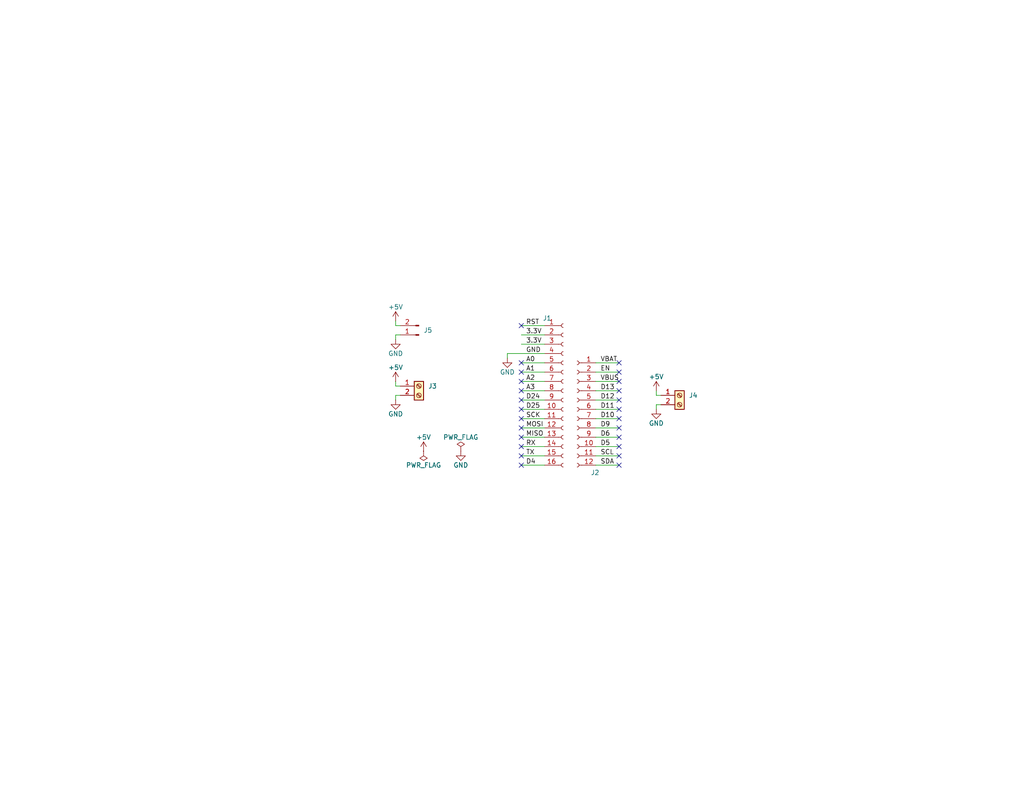
<source format=kicad_sch>
(kicad_sch (version 20231120) (generator "eeschema") (generator_version "8.0")
  (paper "USLetter")
  (title_block (title "Controller for icicle light") (date "January 2025") (rev "0"))
  (lib_symbols
    (symbol "Connector:Conn_01x02_Pin" (pin_names (offset 1.016) hide)
      (property "Reference" "J" (at 0 2.54 0))
      (property "Value" "Conn_01x02_Pin" (at 0 -5.08 0))
      (symbol "Conn_01x02_Pin_1_1"
        (polyline (pts (xy 1.27 -2.54) (xy 0.8636 -2.54)) (stroke (width 0.1524)))
        (polyline (pts (xy 1.27 0) (xy 0.8636 0)) (stroke (width 0.1524)))
        (rectangle (start 0.8636 -2.413) (end 0 -2.667) (stroke (width 0.1524)) (fill (type outline)))
        (rectangle (start 0.8636 0.127) (end 0 -0.127) (stroke (width 0.1524)) (fill (type outline)))
        (pin passive line (at 5.08 0 180) (length 3.81) (name "Pin_1") (number "1"))
        (pin passive line (at 5.08 -2.54 180) (length 3.81) (name "Pin_2") (number "2"))
      )
    )
    (symbol "Connector:Conn_01x12_Socket" (pin_names (offset 1.016) hide)
      (property "Reference" "J" (at 0 15.24 0))
      (property "Value" "Conn_01x12_Socket" (at 0 -17.78 0))
      (symbol "Conn_01x12_Socket_1_1"
        (arc (start 0 -14.732) (mid -0.5058 -15.24) (end 0 -15.748) (stroke (width 0.1524)))
        (arc (start 0 -12.192) (mid -0.5058 -12.7) (end 0 -13.208) (stroke (width 0.1524)))
        (arc (start 0 -9.652) (mid -0.5058 -10.16) (end 0 -10.668) (stroke (width 0.1524)))
        (arc (start 0 -7.112) (mid -0.5058 -7.62) (end 0 -8.128) (stroke (width 0.1524)))
        (arc (start 0 -4.572) (mid -0.5058 -5.08) (end 0 -5.588) (stroke (width 0.1524)))
        (arc (start 0 -2.032) (mid -0.5058 -2.54) (end 0 -3.048) (stroke (width 0.1524)))
        (polyline (pts (xy -1.27 -15.24) (xy -0.508 -15.24)) (stroke (width 0.1524)))
        (polyline (pts (xy -1.27 -12.7) (xy -0.508 -12.7)) (stroke (width 0.1524)))
        (polyline (pts (xy -1.27 -10.16) (xy -0.508 -10.16)) (stroke (width 0.1524)))
        (polyline (pts (xy -1.27 -7.62) (xy -0.508 -7.62)) (stroke (width 0.1524)))
        (polyline (pts (xy -1.27 -5.08) (xy -0.508 -5.08)) (stroke (width 0.1524)))
        (polyline (pts (xy -1.27 -2.54) (xy -0.508 -2.54)) (stroke (width 0.1524)))
        (polyline (pts (xy -1.27 0) (xy -0.508 0)) (stroke (width 0.1524)))
        (polyline (pts (xy -1.27 2.54) (xy -0.508 2.54)) (stroke (width 0.1524)))
        (polyline (pts (xy -1.27 5.08) (xy -0.508 5.08)) (stroke (width 0.1524)))
        (polyline (pts (xy -1.27 7.62) (xy -0.508 7.62)) (stroke (width 0.1524)))
        (polyline (pts (xy -1.27 10.16) (xy -0.508 10.16)) (stroke (width 0.1524)))
        (polyline (pts (xy -1.27 12.7) (xy -0.508 12.7)) (stroke (width 0.1524)))
        (arc (start 0 0.508) (mid -0.5058 0) (end 0 -0.508) (stroke (width 0.1524)))
        (arc (start 0 3.048) (mid -0.5058 2.54) (end 0 2.032) (stroke (width 0.1524)))
        (arc (start 0 5.588) (mid -0.5058 5.08) (end 0 4.572) (stroke (width 0.1524)))
        (arc (start 0 8.128) (mid -0.5058 7.62) (end 0 7.112) (stroke (width 0.1524)))
        (arc (start 0 10.668) (mid -0.5058 10.16) (end 0 9.652) (stroke (width 0.1524)))
        (arc (start 0 13.208) (mid -0.5058 12.7) (end 0 12.192) (stroke (width 0.1524)))
        (pin passive line (at -5.08 12.7 0) (length 3.81) (name "Pin_1") (number "1"))
        (pin passive line (at -5.08 -10.16 0) (length 3.81) (name "Pin_10") (number "10"))
        (pin passive line (at -5.08 -12.7 0) (length 3.81) (name "Pin_11") (number "11"))
        (pin passive line (at -5.08 -15.24 0) (length 3.81) (name "Pin_12") (number "12"))
        (pin passive line (at -5.08 10.16 0) (length 3.81) (name "Pin_2") (number "2"))
        (pin passive line (at -5.08 7.62 0) (length 3.81) (name "Pin_3") (number "3"))
        (pin passive line (at -5.08 5.08 0) (length 3.81) (name "Pin_4") (number "4"))
        (pin passive line (at -5.08 2.54 0) (length 3.81) (name "Pin_5") (number "5"))
        (pin passive line (at -5.08 0 0) (length 3.81) (name "Pin_6") (number "6"))
        (pin passive line (at -5.08 -2.54 0) (length 3.81) (name "Pin_7") (number "7"))
        (pin passive line (at -5.08 -5.08 0) (length 3.81) (name "Pin_8") (number "8"))
        (pin passive line (at -5.08 -7.62 0) (length 3.81) (name "Pin_9") (number "9"))
      )
    )
    (symbol "Connector:Conn_01x16_Socket" (pin_names (offset 1.016) hide)
      (property "Reference" "J" (at 0 20.32 0))
      (property "Value" "Conn_01x16_Socket" (at 0 -22.86 0))
      (symbol "Conn_01x16_Socket_1_1"
        (arc (start 0 -19.812) (mid -0.5058 -20.32) (end 0 -20.828) (stroke (width 0.1524)))
        (arc (start 0 -17.272) (mid -0.5058 -17.78) (end 0 -18.288) (stroke (width 0.1524)))
        (arc (start 0 -14.732) (mid -0.5058 -15.24) (end 0 -15.748) (stroke (width 0.1524)))
        (arc (start 0 -12.192) (mid -0.5058 -12.7) (end 0 -13.208) (stroke (width 0.1524)))
        (arc (start 0 -9.652) (mid -0.5058 -10.16) (end 0 -10.668) (stroke (width 0.1524)))
        (arc (start 0 -7.112) (mid -0.5058 -7.62) (end 0 -8.128) (stroke (width 0.1524)))
        (arc (start 0 -4.572) (mid -0.5058 -5.08) (end 0 -5.588) (stroke (width 0.1524)))
        (arc (start 0 -2.032) (mid -0.5058 -2.54) (end 0 -3.048) (stroke (width 0.1524)))
        (polyline (pts (xy -1.27 -20.32) (xy -0.508 -20.32)) (stroke (width 0.1524)))
        (polyline (pts (xy -1.27 -17.78) (xy -0.508 -17.78)) (stroke (width 0.1524)))
        (polyline (pts (xy -1.27 -15.24) (xy -0.508 -15.24)) (stroke (width 0.1524)))
        (polyline (pts (xy -1.27 -12.7) (xy -0.508 -12.7)) (stroke (width 0.1524)))
        (polyline (pts (xy -1.27 -10.16) (xy -0.508 -10.16)) (stroke (width 0.1524)))
        (polyline (pts (xy -1.27 -7.62) (xy -0.508 -7.62)) (stroke (width 0.1524)))
        (polyline (pts (xy -1.27 -5.08) (xy -0.508 -5.08)) (stroke (width 0.1524)))
        (polyline (pts (xy -1.27 -2.54) (xy -0.508 -2.54)) (stroke (width 0.1524)))
        (polyline (pts (xy -1.27 0) (xy -0.508 0)) (stroke (width 0.1524)))
        (polyline (pts (xy -1.27 2.54) (xy -0.508 2.54)) (stroke (width 0.1524)))
        (polyline (pts (xy -1.27 5.08) (xy -0.508 5.08)) (stroke (width 0.1524)))
        (polyline (pts (xy -1.27 7.62) (xy -0.508 7.62)) (stroke (width 0.1524)))
        (polyline (pts (xy -1.27 10.16) (xy -0.508 10.16)) (stroke (width 0.1524)))
        (polyline (pts (xy -1.27 12.7) (xy -0.508 12.7)) (stroke (width 0.1524)))
        (polyline (pts (xy -1.27 15.24) (xy -0.508 15.24)) (stroke (width 0.1524)))
        (polyline (pts (xy -1.27 17.78) (xy -0.508 17.78)) (stroke (width 0.1524)))
        (arc (start 0 0.508) (mid -0.5058 0) (end 0 -0.508) (stroke (width 0.1524)))
        (arc (start 0 3.048) (mid -0.5058 2.54) (end 0 2.032) (stroke (width 0.1524)))
        (arc (start 0 5.588) (mid -0.5058 5.08) (end 0 4.572) (stroke (width 0.1524)))
        (arc (start 0 8.128) (mid -0.5058 7.62) (end 0 7.112) (stroke (width 0.1524)))
        (arc (start 0 10.668) (mid -0.5058 10.16) (end 0 9.652) (stroke (width 0.1524)))
        (arc (start 0 13.208) (mid -0.5058 12.7) (end 0 12.192) (stroke (width 0.1524)))
        (arc (start 0 15.748) (mid -0.5058 15.24) (end 0 14.732) (stroke (width 0.1524)))
        (arc (start 0 18.288) (mid -0.5058 17.78) (end 0 17.272) (stroke (width 0.1524)))
        (pin passive line (at -5.08 17.78 0) (length 3.81) (name "Pin_1") (number "1"))
        (pin passive line (at -5.08 -5.08 0) (length 3.81) (name "Pin_10") (number "10"))
        (pin passive line (at -5.08 -7.62 0) (length 3.81) (name "Pin_11") (number "11"))
        (pin passive line (at -5.08 -10.16 0) (length 3.81) (name "Pin_12") (number "12"))
        (pin passive line (at -5.08 -12.7 0) (length 3.81) (name "Pin_13") (number "13"))
        (pin passive line (at -5.08 -15.24 0) (length 3.81) (name "Pin_14") (number "14"))
        (pin passive line (at -5.08 -17.78 0) (length 3.81) (name "Pin_15") (number "15"))
        (pin passive line (at -5.08 -20.32 0) (length 3.81) (name "Pin_16") (number "16"))
        (pin passive line (at -5.08 15.24 0) (length 3.81) (name "Pin_2") (number "2"))
        (pin passive line (at -5.08 12.7 0) (length 3.81) (name "Pin_3") (number "3"))
        (pin passive line (at -5.08 10.16 0) (length 3.81) (name "Pin_4") (number "4"))
        (pin passive line (at -5.08 7.62 0) (length 3.81) (name "Pin_5") (number "5"))
        (pin passive line (at -5.08 5.08 0) (length 3.81) (name "Pin_6") (number "6"))
        (pin passive line (at -5.08 2.54 0) (length 3.81) (name "Pin_7") (number "7"))
        (pin passive line (at -5.08 0 0) (length 3.81) (name "Pin_8") (number "8"))
        (pin passive line (at -5.08 -2.54 0) (length 3.81) (name "Pin_9") (number "9"))
      )
    )
    (symbol "Connector:Screw_Terminal_01x02" (pin_names (offset 1.016) hide)
      (property "Reference" "J" (at 0 2.54 0))
      (property "Value" "Screw_Terminal_01x02" (at 0 -5.08 0))
      (symbol "Screw_Terminal_01x02_1_1"
        (rectangle (start -1.27 1.27) (end 1.27 -3.81) (stroke (width 0.254)) (fill (type background)))
        (circle (center 0 -2.54) (radius 0.635) (stroke (width 0.1524)))
        (polyline (pts (xy -0.5334 -2.2098) (xy 0.3302 -3.048)) (stroke (width 0.1524)))
        (polyline (pts (xy -0.5334 0.3302) (xy 0.3302 -0.508)) (stroke (width 0.1524)))
        (polyline (pts (xy -0.3556 -2.032) (xy 0.508 -2.8702)) (stroke (width 0.1524)))
        (polyline (pts (xy -0.3556 0.508) (xy 0.508 -0.3302)) (stroke (width 0.1524)))
        (circle (center 0 0) (radius 0.635) (stroke (width 0.1524)))
        (pin passive line (at -5.08 0 0) (length 3.81) (name "Pin_1") (number "1"))
        (pin passive line (at -5.08 -2.54 0) (length 3.81) (name "Pin_2") (number "2"))
      )
    )
    (symbol "power:+5V" (power) (pin_numbers hide) (pin_names (offset 0) hide)
      (property "Value" "+5V" (at 0 3.556 0))
      (symbol "+5V_0_1"
        (polyline (pts (xy -0.762 1.27) (xy 0 2.54)))
        (polyline (pts (xy 0 0) (xy 0 2.54)))
        (polyline (pts (xy 0 2.54) (xy 0.762 1.27)))
      )
      (symbol "+5V_1_1"
        (pin power_in line (at 0 0 90) (length 0) (name "~") (number "1"))
      )
    )
    (symbol "power:GND" (power) (pin_numbers hide) (pin_names (offset 0) hide)
      (property "Value" "GND" (at 0 -3.81 0))
      (symbol "GND_0_1"
        (polyline (pts (xy 0 0) (xy 0 -1.27) (xy 1.27 -1.27) (xy 0 -2.54) (xy -1.27 -1.27) (xy 0 -1.27)))
      )
      (symbol "GND_1_1"
        (pin power_in line (at 0 0 270) (length 0) (name "~") (number "1"))
      )
    )
    (symbol "power:PWR_FLAG" (power) (pin_numbers hide) (pin_names (offset 0) hide)
      (property "Value" "PWR_FLAG" (at 0 3.81 0))
      (symbol "PWR_FLAG_0_0"
        (pin power_out line (at 0 0 90) (length 0) (name "~") (number "1"))
      )
      (symbol "PWR_FLAG_0_1"
        (polyline (pts (xy 0 0) (xy 0 1.27) (xy -1.016 1.905) (xy 0 2.54) (xy 1.016 1.905) (xy 0 1.27)))
      )
    )
  )
  (no_connect (at 142.24 99.06))
  (no_connect (at 142.24 88.9))
  (no_connect (at 142.24 127))
  (no_connect (at 168.91 119.38))
  (no_connect (at 142.24 101.6))
  (no_connect (at 168.91 111.76))
  (no_connect (at 168.91 106.68))
  (no_connect (at 142.24 111.76))
  (no_connect (at 142.24 121.92))
  (no_connect (at 142.24 109.22))
  (no_connect (at 142.24 124.46))
  (no_connect (at 142.24 104.14))
  (no_connect (at 168.91 124.46))
  (no_connect (at 142.24 106.68))
  (no_connect (at 168.91 104.14))
  (no_connect (at 142.24 119.38))
  (no_connect (at 168.91 114.3))
  (no_connect (at 168.91 121.92))
  (no_connect (at 168.91 99.06))
  (no_connect (at 168.91 109.22))
  (no_connect (at 142.24 114.3))
  (no_connect (at 168.91 101.6))
  (no_connect (at 142.24 116.84))
  (no_connect (at 168.91 127))
  (no_connect (at 168.91 116.84))
  (wire (pts (xy 162.56 104.14) (xy 168.91 104.14)))
  (wire (pts (xy 162.56 119.38) (xy 168.91 119.38)))
  (wire (pts (xy 138.43 96.52) (xy 148.59 96.52)))
  (wire (pts (xy 142.24 101.6) (xy 148.59 101.6)))
  (wire (pts (xy 142.24 88.9) (xy 148.59 88.9)))
  (wire (pts (xy 142.24 121.92) (xy 148.59 121.92)))
  (wire (pts (xy 142.24 93.98) (xy 148.59 93.98)))
  (wire (pts (xy 107.95 92.71) (xy 107.95 91.44)))
  (wire (pts (xy 162.56 106.68) (xy 168.91 106.68)))
  (wire (pts (xy 107.95 105.41) (xy 109.22 105.41)))
  (wire (pts (xy 162.56 111.76) (xy 168.91 111.76)))
  (wire (pts (xy 179.07 106.68) (xy 179.07 107.95)))
  (wire (pts (xy 107.95 104.14) (xy 107.95 105.41)))
  (wire (pts (xy 107.95 87.63) (xy 107.95 88.9)))
  (wire (pts (xy 107.95 109.22) (xy 107.95 107.95)))
  (wire (pts (xy 162.56 114.3) (xy 168.91 114.3)))
  (wire (pts (xy 142.24 124.46) (xy 148.59 124.46)))
  (wire (pts (xy 107.95 91.44) (xy 109.22 91.44)))
  (wire (pts (xy 138.43 96.52) (xy 138.43 97.79)))
  (wire (pts (xy 142.24 119.38) (xy 148.59 119.38)))
  (wire (pts (xy 142.24 99.06) (xy 148.59 99.06)))
  (wire (pts (xy 162.56 127) (xy 168.91 127)))
  (wire (pts (xy 179.07 107.95) (xy 180.34 107.95)))
  (wire (pts (xy 162.56 101.6) (xy 168.91 101.6)))
  (wire (pts (xy 107.95 107.95) (xy 109.22 107.95)))
  (wire (pts (xy 162.56 121.92) (xy 168.91 121.92)))
  (wire (pts (xy 142.24 104.14) (xy 148.59 104.14)))
  (wire (pts (xy 162.56 109.22) (xy 168.91 109.22)))
  (wire (pts (xy 142.24 109.22) (xy 148.59 109.22)))
  (wire (pts (xy 162.56 99.06) (xy 168.91 99.06)))
  (wire (pts (xy 142.24 127) (xy 148.59 127)))
  (wire (pts (xy 142.24 106.68) (xy 148.59 106.68)))
  (wire (pts (xy 107.95 88.9) (xy 109.22 88.9)))
  (wire (pts (xy 142.24 111.76) (xy 148.59 111.76)))
  (wire (pts (xy 179.07 111.76) (xy 179.07 110.49)))
  (wire (pts (xy 179.07 110.49) (xy 180.34 110.49)))
  (wire (pts (xy 142.24 91.44) (xy 148.59 91.44)))
  (wire (pts (xy 162.56 116.84) (xy 168.91 116.84)))
  (wire (pts (xy 142.24 116.84) (xy 148.59 116.84)))
  (wire (pts (xy 142.24 114.3) (xy 148.59 114.3)))
  (wire (pts (xy 162.56 124.46) (xy 168.91 124.46)))
  (label "D25" (at 143.51 111.76 0))
  (label "D11" (at 163.83 111.76 0))
  (label "TX" (at 143.51 124.46 0))
  (label "SCL" (at 163.83 124.46 0))
  (label "MOSI" (at 143.51 116.84 0))
  (label "D10" (at 163.83 114.3 0))
  (label "D12" (at 163.83 109.22 0))
  (label "D5" (at 163.83 121.92 0))
  (label "RX" (at 143.51 121.92 0))
  (label "D24" (at 143.51 109.22 0))
  (label "A0" (at 143.51 99.06 0))
  (label "D6" (at 163.83 119.38 0))
  (label "SDA" (at 163.83 127 0))
  (label "VBAT" (at 163.83 99.06 0))
  (label "MISO" (at 143.51 119.38 0))
  (label "SCK" (at 143.51 114.3 0))
  (label "EN" (at 163.83 101.6 0))
  (label "D9" (at 163.83 116.84 0))
  (label "VBUS" (at 168.91 104.14 180))
  (label "3.3V" (at 143.51 91.44 0))
  (label "A2" (at 143.51 104.14 0))
  (label "3.3V" (at 143.51 93.98 0))
  (label "RST" (at 143.51 88.9 0))
  (label "D13" (at 163.83 106.68 0))
  (label "A3" (at 143.51 106.68 0))
  (label "D4" (at 143.51 127 0))
  (label "GND" (at 143.51 96.52 0))
  (label "A1" (at 143.51 101.6 0))
  (symbol (lib_id "power:GND") (at 107.95 92.71 0) (unit 1)
    (property "Reference" "#PWR011" (effects (hide yes)))
    (property "Value" "GND" (at 107.95 96.52 0))
    (property "Description" "Power symbol creates a global label with name \"GND\" , ground" (effects (hide yes)))
  )
  (symbol (lib_id "power:GND") (at 107.95 109.22 0) (unit 1)
    (property "Reference" "#PWR03" (effects (hide yes)))
    (property "Value" "GND" (at 107.95 113.03 0))
    (property "Description" "Power symbol creates a global label with name \"GND\" , ground" (effects (hide yes)))
  )
  (symbol (lib_id "power:PWR_FLAG") (at 115.57 123.19 180) (unit 1)
    (property "Reference" "#FLG02" (effects (hide yes)))
    (property "Value" "PWR_FLAG" (at 115.57 127 0))
    (property "Description" "Special symbol for telling ERC where power comes from" (effects (hide yes)))
  )
  (symbol (lib_id "Connector:Screw_Terminal_01x02") (at 114.3 105.41 0) (unit 1)
    (property "Reference" "J3" (at 116.84 105.4099 0) (effects (justify left)))
    (property "Value" "Screw_Terminal_01x02" (effects (hide yes)))
    (property "Footprint" "MyTerminalBlocks:PHOENIX - TERM BLK 2P SIDE ENT 5.08MM PCB" (effects (hide yes)))
    (property "Description" "Generic screw terminal, single row, 01x02, script generated (kicad-library-utils/schlib/autogen/connector/)" (effects (hide yes)))
    (property "DigiKey Part" "277-1247-ND" (effects (hide yes)))
  )
  (symbol (lib_id "power:+5V") (at 107.95 104.14 0) (unit 1)
    (property "Reference" "#PWR04" (effects (hide yes)))
    (property "Value" "+5V" (at 107.95 100.33 0))
    (property "Description" "Power symbol creates a global label with name \"+5V\"" (effects (hide yes)))
  )
  (symbol (lib_id "power:+5V") (at 179.07 106.68 0) (unit 1)
    (property "Reference" "#PWR06" (effects (hide yes)))
    (property "Value" "+5V" (at 179.07 102.87 0))
    (property "Description" "Power symbol creates a global label with name \"+5V\"" (effects (hide yes)))
  )
  (symbol (lib_id "power:GND") (at 179.07 111.76 0) (unit 1)
    (property "Reference" "#PWR07" (effects (hide yes)))
    (property "Value" "GND" (at 179.07 115.57 0))
    (property "Description" "Power symbol creates a global label with name \"GND\" , ground" (effects (hide yes)))
  )
  (symbol (lib_id "power:+5V") (at 107.95 87.63 0) (unit 1)
    (property "Reference" "#PWR010" (effects (hide yes)))
    (property "Value" "+5V" (at 107.95 83.82 0))
    (property "Description" "Power symbol creates a global label with name \"+5V\"" (effects (hide yes)))
  )
  (symbol (lib_id "power:GND") (at 125.73 123.19 0) (unit 1)
    (property "Reference" "#PWR02" (effects (hide yes)))
    (property "Value" "GND" (at 125.73 127 0))
    (property "Description" "Power symbol creates a global label with name \"GND\" , ground" (effects (hide yes)))
  )
  (symbol (lib_id "Connector:Conn_01x02_Pin") (at 114.3 91.44 180) (unit 1)
    (property "Reference" "J5" (at 115.57 90.1699 0) (effects (justify right)))
    (property "Value" "Conn_01x02_Pin" (effects (hide yes)))
    (property "Footprint" "Connector_Wire:SolderWire-0.5sqmm_1x02_P4.6mm_D0.9mm_OD2.1mm" (effects (hide yes)))
    (property "Description" "Generic connector, single row, 01x02, script generated" (effects (hide yes)))
  )
  (symbol (lib_id "power:PWR_FLAG") (at 125.73 123.19 0) (unit 1)
    (property "Reference" "#FLG01" (effects (hide yes)))
    (property "Value" "PWR_FLAG" (at 125.73 119.38 0))
    (property "Description" "Special symbol for telling ERC where power comes from" (effects (hide yes)))
  )
  (symbol (lib_id "power:+5V") (at 115.57 123.19 0) (unit 1)
    (property "Reference" "#PWR05" (effects (hide yes)))
    (property "Value" "+5V" (at 115.57 119.38 0))
    (property "Description" "Power symbol creates a global label with name \"+5V\"" (effects (hide yes)))
  )
  (symbol (lib_id "Connector:Conn_01x16_Socket") (at 153.67 106.68 0) (unit 1)
    (property "Reference" "J1" (at 148.082 86.868 0) (effects (justify left)))
    (property "Value" "Conn_01x16_Socket" (effects (hide yes)))
    (property "Footprint" "MyFeatherPinSocket:PinSocket_1x16_P2.54mm_Vertical" (effects (hide yes)))
    (property "Description" "Generic connector, single row, 01x16, script generated" (effects (hide yes)))
  )
  (symbol (lib_id "power:GND") (at 138.43 97.79 0) (unit 1)
    (property "Reference" "#PWR01" (effects (hide yes)))
    (property "Value" "GND" (at 138.43 101.6 0))
    (property "Description" "Power symbol creates a global label with name \"GND\" , ground" (effects (hide yes)))
  )
  (symbol (lib_id "Connector:Screw_Terminal_01x02") (at 185.42 107.95 0) (unit 1)
    (property "Reference" "J4" (at 187.96 107.9499 0) (effects (justify left)))
    (property "Value" "Screw_Terminal_01x02" (effects (hide yes)))
    (property "Footprint" "MyTerminalBlocks:PHOENIX - TERM BLK 2P SIDE ENT 5.08MM PCB" (effects (hide yes)))
    (property "Datasheet" "https://www.phoenixcontact.com/product/pdf/api/v1/MTcyOTEyOA?_realm=us&_locale=en-US&blocks=commercial-data%2Ctechnical-data%2Cdrawings%2Capprovals%2Cclassifications%2Cenvironmental-compliance-data%2Call-accessories" (effects (hide yes)))
    (property "Description" "Generic screw terminal, single row, 01x02, script generated (kicad-library-utils/schlib/autogen/connector/)" (effects (hide yes)))
    (property "DigiKey Part" "277-1247-ND" (effects (hide yes)))
  )
  (symbol (lib_id "Connector:Conn_01x12_Socket") (at 157.48 111.76 0) (mirror y) (unit 1)
    (property "Reference" "J2" (at 163.576 129.032 0) (effects (justify left)))
    (property "Value" "Conn_01x12_Female" (effects (hide yes)))
    (property "Footprint" "MyFeatherPinSocket:PinSocket_1x12_P2.54mm_Vertical" (effects (hide yes)))
    (property "Description" "Generic connector, single row, 01x12, script generated" (effects (hide yes)))
  )
)
</source>
